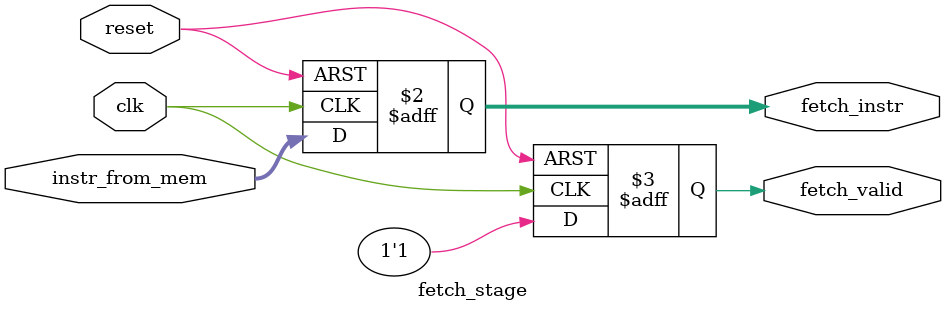
<source format=v>

module fetch_stage (
    input wire clk, 
    input wire reset, 
    // instruction from memory
    // Outputs to CPU pipeline
    input wire [31:0] instr_from_mem, 
    // add this
    output reg [31:0] fetch_instr, 
    output reg fetch_valid) ;
    always
        @(posedge clk or 
            posedge reset)
        begin
            if (reset) 
                begin
                    fetch_instr <=  32'd0 ;
                    fetch_valid <=  1'b0 ;
                end
            else
                begin
                    fetch_instr <=  instr_from_mem ;// latch input instruction
                    fetch_valid <=  1'b1 ;
                end
        end
endmodule




</source>
